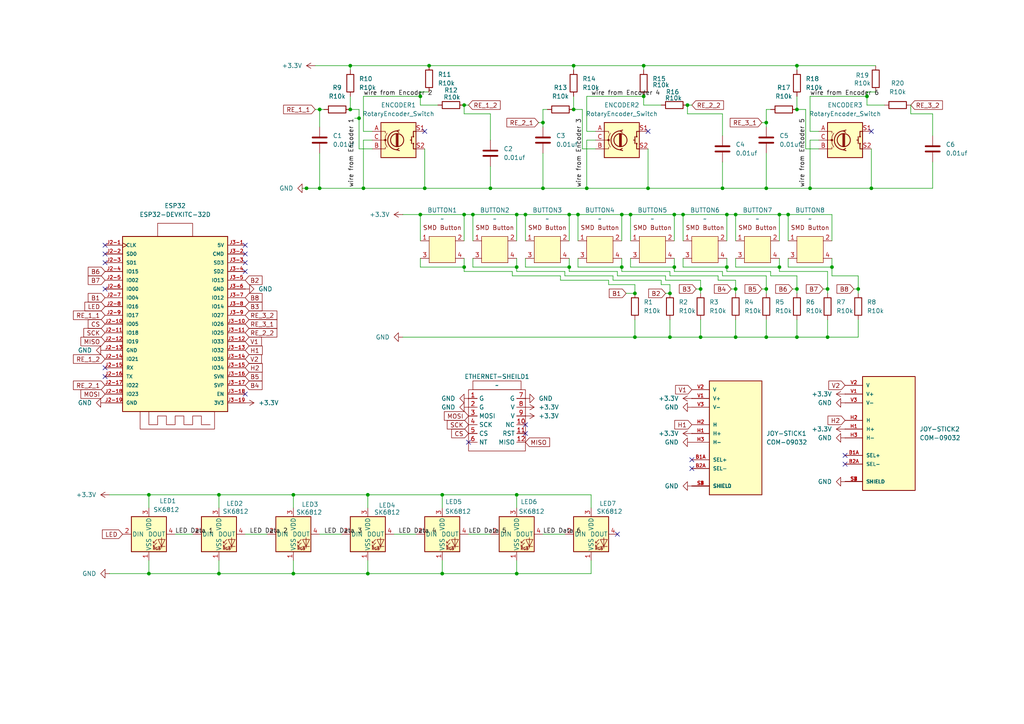
<source format=kicad_sch>
(kicad_sch (version 20231120) (generator "eeschema") (generator_version "8.0")
  (paper "A4")
  (junction (at 248.92 83.82))
  (junction (at 170.18 54.61))
  (junction (at 234.95 54.61))
  (junction (at 184.15 97.79))
  (junction (at 152.4 62.23))
  (junction (at 166.37 19.05))
  (junction (at 184.15 85.09))
  (junction (at 241.3 77.47))
  (junction (at 195.58 62.23))
  (junction (at 213.36 83.82))
  (junction (at 203.2 97.79))
  (junction (at 209.55 54.61))
  (junction (at 228.6 62.23))
  (junction (at 222.25 54.61))
  (junction (at 222.25 83.82))
  (junction (at 149.86 77.47))
  (junction (at 194.31 85.09))
  (junction (at 231.14 97.79))
  (junction (at 63.5 166.37))
  (junction (at 222.25 35.56))
  (junction (at 85.09 143.51))
  (junction (at 165.1 62.23))
  (junction (at 194.31 97.79))
  (junction (at 128.27 143.51))
  (junction (at 124.46 19.05))
  (junction (at 157.48 54.61))
  (junction (at 106.68 143.51))
  (junction (at 121.92 62.23))
  (junction (at 186.69 27.94))
  (junction (at 123.19 54.61))
  (junction (at 226.06 77.47))
  (junction (at 105.41 54.61))
  (junction (at 137.16 62.23))
  (junction (at 251.46 27.94))
  (junction (at 92.71 54.61))
  (junction (at 213.36 62.23))
  (junction (at 180.34 77.47))
  (junction (at 210.82 62.23))
  (junction (at 203.2 83.82))
  (junction (at 231.14 83.82))
  (junction (at 134.62 77.47))
  (junction (at 187.96 54.61))
  (junction (at 210.82 77.47))
  (junction (at 252.73 54.61))
  (junction (at 165.1 77.47))
  (junction (at 180.34 62.23))
  (junction (at 128.27 166.37))
  (junction (at 134.62 62.23))
  (junction (at 43.18 166.37))
  (junction (at 198.12 62.23))
  (junction (at 186.69 19.05))
  (junction (at 88.9 54.61))
  (junction (at 92.71 31.75))
  (junction (at 134.62 30.48))
  (junction (at 231.14 19.05))
  (junction (at 63.5 143.51))
  (junction (at 157.48 35.56))
  (junction (at 195.58 77.47))
  (junction (at 149.86 166.37))
  (junction (at 43.18 143.51))
  (junction (at 142.24 54.61))
  (junction (at 101.6 31.75))
  (junction (at 213.36 97.79))
  (junction (at 182.88 62.23))
  (junction (at 104.14 34.29))
  (junction (at 166.37 31.75))
  (junction (at 167.64 62.23))
  (junction (at 240.03 97.79))
  (junction (at 101.6 19.05))
  (junction (at 240.03 83.82))
  (junction (at 149.86 143.51))
  (junction (at 226.06 62.23))
  (junction (at 199.39 30.48))
  (junction (at 121.92 27.94))
  (junction (at 222.25 97.79))
  (junction (at 149.86 62.23))
  (junction (at 106.68 166.37))
  (junction (at 85.09 166.37))
  (junction (at 231.14 31.75))
  (no_connect (at 245.11 132.08))
  (no_connect (at 152.4 125.73))
  (no_connect (at 71.12 78.74))
  (no_connect (at 30.48 76.2))
  (no_connect (at 123.19 38.1))
  (no_connect (at 30.48 109.22))
  (no_connect (at 71.12 73.66))
  (no_connect (at 30.48 106.68))
  (no_connect (at 71.12 76.2))
  (no_connect (at 135.89 128.27))
  (no_connect (at 252.73 38.1))
  (no_connect (at 187.96 38.1))
  (no_connect (at 30.48 71.12))
  (no_connect (at 200.66 135.89))
  (no_connect (at 200.66 133.35))
  (no_connect (at 71.12 71.12))
  (no_connect (at 30.48 83.82))
  (no_connect (at 71.12 114.3))
  (no_connect (at 152.4 123.19))
  (no_connect (at 179.07 154.94))
  (no_connect (at 245.11 134.62))
  (no_connect (at 30.48 73.66))
  (wire (pts (xy 116.84 62.23) (xy 121.92 62.23)))
  (wire (pts (xy 191.77 82.55) (xy 191.77 81.28)))
  (wire (pts (xy 92.71 54.61) (xy 105.41 54.61)))
  (wire (pts (xy 187.96 54.61) (xy 209.55 54.61)))
  (wire (pts (xy 92.71 31.75) (xy 92.71 36.83)))
  (wire (pts (xy 209.55 39.37) (xy 209.55 33.02)))
  (wire (pts (xy 186.69 27.94) (xy 186.69 30.48)))
  (wire (pts (xy 134.62 77.47) (xy 134.62 78.74)))
  (wire (pts (xy 134.62 33.02) (xy 134.62 30.48)))
  (wire (pts (xy 163.83 80.01) (xy 163.83 78.74)))
  (wire (pts (xy 180.34 62.23) (xy 182.88 62.23)))
  (wire (pts (xy 149.86 143.51) (xy 171.45 143.51)))
  (wire (pts (xy 177.8 80.01) (xy 163.83 80.01)))
  (wire (pts (xy 121.92 26.67) (xy 124.46 26.67)))
  (wire (pts (xy 210.82 62.23) (xy 210.82 69.85)))
  (wire (pts (xy 270.51 54.61) (xy 270.51 46.99)))
  (wire (pts (xy 231.14 97.79) (xy 240.03 97.79)))
  (wire (pts (xy 165.1 74.93) (xy 165.1 77.47)))
  (wire (pts (xy 228.6 74.93) (xy 228.6 77.47)))
  (wire (pts (xy 237.49 40.64) (xy 234.95 40.64)))
  (wire (pts (xy 43.18 143.51) (xy 31.75 143.51)))
  (wire (pts (xy 231.14 80.01) (xy 223.52 80.01)))
  (wire (pts (xy 184.15 97.79) (xy 194.31 97.79)))
  (wire (pts (xy 167.64 77.47) (xy 180.34 77.47)))
  (wire (pts (xy 234.95 38.1) (xy 234.95 27.94)))
  (wire (pts (xy 240.03 83.82) (xy 240.03 78.74)))
  (wire (pts (xy 251.46 26.67) (xy 251.46 27.94)))
  (wire (pts (xy 142.24 54.61) (xy 142.24 48.26)))
  (wire (pts (xy 231.14 83.82) (xy 231.14 80.01)))
  (wire (pts (xy 182.88 62.23) (xy 182.88 69.85)))
  (wire (pts (xy 43.18 143.51) (xy 43.18 147.32)))
  (wire (pts (xy 105.41 40.64) (xy 105.41 54.61)))
  (wire (pts (xy 193.04 81.28) (xy 193.04 80.01)))
  (wire (pts (xy 220.98 83.82) (xy 222.25 83.82)))
  (wire (pts (xy 203.2 81.28) (xy 193.04 81.28)))
  (wire (pts (xy 172.72 43.18) (xy 168.91 43.18)))
  (wire (pts (xy 123.19 43.18) (xy 123.19 54.61)))
  (wire (pts (xy 107.95 43.18) (xy 104.14 43.18)))
  (wire (pts (xy 105.41 54.61) (xy 123.19 54.61)))
  (wire (pts (xy 194.31 97.79) (xy 203.2 97.79)))
  (wire (pts (xy 85.09 143.51) (xy 63.5 143.51)))
  (wire (pts (xy 222.25 97.79) (xy 231.14 97.79)))
  (wire (pts (xy 194.31 78.74) (xy 194.31 80.01)))
  (wire (pts (xy 203.2 92.71) (xy 203.2 97.79)))
  (wire (pts (xy 167.64 62.23) (xy 167.64 69.85)))
  (wire (pts (xy 50.8 154.94) (xy 55.88 154.94)))
  (wire (pts (xy 182.88 74.93) (xy 182.88 77.47)))
  (wire (pts (xy 121.92 30.48) (xy 127 30.48)))
  (wire (pts (xy 137.16 77.47) (xy 149.86 77.47)))
  (wire (pts (xy 240.03 85.09) (xy 240.03 83.82)))
  (wire (pts (xy 194.31 85.09) (xy 194.31 82.55)))
  (wire (pts (xy 203.2 85.09) (xy 203.2 83.82)))
  (wire (pts (xy 264.16 33.02) (xy 264.16 30.48)))
  (wire (pts (xy 106.68 147.32) (xy 106.68 143.51)))
  (wire (pts (xy 179.07 78.74) (xy 165.1 78.74)))
  (wire (pts (xy 248.92 80.01) (xy 248.92 83.82)))
  (wire (pts (xy 149.86 162.56) (xy 149.86 166.37)))
  (wire (pts (xy 226.06 77.47) (xy 226.06 78.74)))
  (wire (pts (xy 128.27 143.51) (xy 149.86 143.51)))
  (wire (pts (xy 167.64 74.93) (xy 167.64 77.47)))
  (wire (pts (xy 223.52 31.75) (xy 222.25 31.75)))
  (wire (pts (xy 128.27 162.56) (xy 128.27 166.37)))
  (wire (pts (xy 186.69 30.48) (xy 191.77 30.48)))
  (wire (pts (xy 63.5 166.37) (xy 85.09 166.37)))
  (wire (pts (xy 170.18 27.94) (xy 186.69 27.94)))
  (wire (pts (xy 167.64 62.23) (xy 180.34 62.23)))
  (wire (pts (xy 128.27 166.37) (xy 149.86 166.37)))
  (wire (pts (xy 248.92 83.82) (xy 248.92 85.09)))
  (wire (pts (xy 213.36 97.79) (xy 222.25 97.79)))
  (wire (pts (xy 210.82 77.47) (xy 210.82 74.93)))
  (wire (pts (xy 85.09 143.51) (xy 106.68 143.51)))
  (wire (pts (xy 209.55 80.01) (xy 209.55 78.74)))
  (wire (pts (xy 222.25 85.09) (xy 222.25 83.82)))
  (wire (pts (xy 213.36 81.28) (xy 213.36 83.82)))
  (wire (pts (xy 87.63 54.61) (xy 88.9 54.61)))
  (wire (pts (xy 209.55 54.61) (xy 209.55 46.99)))
  (wire (pts (xy 199.39 33.02) (xy 199.39 30.48)))
  (wire (pts (xy 252.73 43.18) (xy 252.73 54.61)))
  (wire (pts (xy 149.86 143.51) (xy 149.86 147.32)))
  (wire (pts (xy 157.48 54.61) (xy 170.18 54.61)))
  (wire (pts (xy 149.86 62.23) (xy 152.4 62.23)))
  (wire (pts (xy 63.5 143.51) (xy 63.5 147.32)))
  (wire (pts (xy 194.31 92.71) (xy 194.31 97.79)))
  (wire (pts (xy 203.2 97.79) (xy 213.36 97.79)))
  (wire (pts (xy 194.31 80.01) (xy 208.28 80.01)))
  (wire (pts (xy 91.44 19.05) (xy 101.6 19.05)))
  (wire (pts (xy 148.59 78.74) (xy 148.59 80.01)))
  (wire (pts (xy 170.18 38.1) (xy 170.18 27.94)))
  (wire (pts (xy 157.48 35.56) (xy 157.48 36.83)))
  (wire (pts (xy 228.6 77.47) (xy 241.3 77.47)))
  (wire (pts (xy 128.27 143.51) (xy 128.27 147.32)))
  (wire (pts (xy 105.41 38.1) (xy 107.95 38.1)))
  (wire (pts (xy 114.3 154.94) (xy 120.65 154.94)))
  (wire (pts (xy 137.16 62.23) (xy 149.86 62.23)))
  (wire (pts (xy 194.31 82.55) (xy 191.77 82.55)))
  (wire (pts (xy 222.25 83.82) (xy 222.25 80.01)))
  (wire (pts (xy 170.18 54.61) (xy 187.96 54.61)))
  (wire (pts (xy 148.59 80.01) (xy 162.56 80.01)))
  (wire (pts (xy 198.12 77.47) (xy 210.82 77.47)))
  (wire (pts (xy 226.06 62.23) (xy 226.06 69.85)))
  (wire (pts (xy 104.14 43.18) (xy 104.14 34.29)))
  (wire (pts (xy 157.48 154.94) (xy 163.83 154.94)))
  (wire (pts (xy 121.92 62.23) (xy 134.62 62.23)))
  (wire (pts (xy 165.1 62.23) (xy 167.64 62.23)))
  (wire (pts (xy 213.36 92.71) (xy 213.36 97.79)))
  (wire (pts (xy 270.51 33.02) (xy 264.16 33.02)))
  (wire (pts (xy 222.25 80.01) (xy 209.55 80.01)))
  (wire (pts (xy 88.9 54.61) (xy 92.71 54.61)))
  (wire (pts (xy 210.82 78.74) (xy 210.82 77.47)))
  (wire (pts (xy 106.68 166.37) (xy 128.27 166.37)))
  (wire (pts (xy 134.62 62.23) (xy 137.16 62.23)))
  (wire (pts (xy 222.25 92.71) (xy 222.25 97.79)))
  (wire (pts (xy 208.28 80.01) (xy 208.28 81.28)))
  (wire (pts (xy 166.37 20.32) (xy 166.37 19.05)))
  (wire (pts (xy 92.71 154.94) (xy 99.06 154.94)))
  (wire (pts (xy 176.53 82.55) (xy 184.15 82.55)))
  (wire (pts (xy 209.55 54.61) (xy 222.25 54.61)))
  (wire (pts (xy 213.36 62.23) (xy 226.06 62.23)))
  (wire (pts (xy 195.58 78.74) (xy 195.58 77.47)))
  (wire (pts (xy 223.52 78.74) (xy 210.82 78.74)))
  (wire (pts (xy 152.4 62.23) (xy 165.1 62.23)))
  (wire (pts (xy 171.45 162.56) (xy 171.45 166.37)))
  (wire (pts (xy 198.12 74.93) (xy 198.12 77.47)))
  (wire (pts (xy 165.1 77.47) (xy 165.1 78.74)))
  (wire (pts (xy 105.41 27.94) (xy 121.92 27.94)))
  (wire (pts (xy 228.6 62.23) (xy 241.3 62.23)))
  (wire (pts (xy 134.62 30.48) (xy 135.89 30.48)))
  (wire (pts (xy 220.98 35.56) (xy 222.25 35.56)))
  (wire (pts (xy 186.69 20.32) (xy 186.69 19.05)))
  (wire (pts (xy 251.46 27.94) (xy 251.46 30.48)))
  (wire (pts (xy 101.6 19.05) (xy 124.46 19.05)))
  (wire (pts (xy 213.36 74.93) (xy 213.36 77.47)))
  (wire (pts (xy 209.55 33.02) (xy 199.39 33.02)))
  (wire (pts (xy 123.19 54.61) (xy 142.24 54.61)))
  (wire (pts (xy 149.86 62.23) (xy 149.86 69.85)))
  (wire (pts (xy 231.14 92.71) (xy 231.14 97.79)))
  (wire (pts (xy 152.4 62.23) (xy 152.4 69.85)))
  (wire (pts (xy 134.62 62.23) (xy 134.62 69.85)))
  (wire (pts (xy 142.24 54.61) (xy 157.48 54.61)))
  (wire (pts (xy 187.96 43.18) (xy 187.96 54.61)))
  (wire (pts (xy 222.25 35.56) (xy 222.25 36.83)))
  (wire (pts (xy 198.12 62.23) (xy 210.82 62.23)))
  (wire (pts (xy 223.52 80.01) (xy 223.52 78.74)))
  (wire (pts (xy 251.46 26.67) (xy 254 26.67)))
  (wire (pts (xy 234.95 38.1) (xy 237.49 38.1)))
  (wire (pts (xy 222.25 44.45) (xy 222.25 54.61)))
  (wire (pts (xy 121.92 77.47) (xy 134.62 77.47)))
  (wire (pts (xy 231.14 85.09) (xy 231.14 83.82)))
  (wire (pts (xy 191.77 81.28) (xy 177.8 81.28)))
  (wire (pts (xy 163.83 78.74) (xy 149.86 78.74)))
  (wire (pts (xy 226.06 74.93) (xy 226.06 77.47)))
  (wire (pts (xy 157.48 44.45) (xy 157.48 54.61)))
  (wire (pts (xy 152.4 77.47) (xy 165.1 77.47)))
  (wire (pts (xy 240.03 92.71) (xy 240.03 97.79)))
  (wire (pts (xy 231.14 20.32) (xy 231.14 19.05)))
  (wire (pts (xy 157.48 31.75) (xy 157.48 35.56)))
  (wire (pts (xy 166.37 19.05) (xy 186.69 19.05)))
  (wire (pts (xy 158.75 31.75) (xy 157.48 31.75)))
  (wire (pts (xy 199.39 30.48) (xy 200.66 30.48)))
  (wire (pts (xy 116.84 97.79) (xy 184.15 97.79)))
  (wire (pts (xy 247.65 83.82) (xy 248.92 83.82)))
  (wire (pts (xy 222.25 54.61) (xy 234.95 54.61)))
  (wire (pts (xy 63.5 162.56) (xy 63.5 166.37)))
  (wire (pts (xy 213.36 77.47) (xy 226.06 77.47)))
  (wire (pts (xy 213.36 83.82) (xy 213.36 85.09)))
  (wire (pts (xy 180.34 69.85) (xy 180.34 62.23)))
  (wire (pts (xy 231.14 19.05) (xy 254 19.05)))
  (wire (pts (xy 149.86 78.74) (xy 149.86 77.47)))
  (wire (pts (xy 233.68 31.75) (xy 231.14 31.75)))
  (wire (pts (xy 240.03 78.74) (xy 226.06 78.74)))
  (wire (pts (xy 270.51 39.37) (xy 270.51 33.02)))
  (wire (pts (xy 102.87 34.29) (xy 104.14 34.29)))
  (wire (pts (xy 106.68 143.51) (xy 128.27 143.51)))
  (wire (pts (xy 193.04 85.09) (xy 194.31 85.09)))
  (wire (pts (xy 149.86 77.47) (xy 149.86 74.93)))
  (wire (pts (xy 177.8 81.28) (xy 177.8 80.01)))
  (wire (pts (xy 182.88 62.23) (xy 195.58 62.23)))
  (wire (pts (xy 212.09 83.82) (xy 213.36 83.82)))
  (wire (pts (xy 162.56 80.01) (xy 162.56 81.28)))
  (wire (pts (xy 85.09 162.56) (xy 85.09 166.37)))
  (wire (pts (xy 184.15 82.55) (xy 184.15 85.09)))
  (wire (pts (xy 156.21 35.56) (xy 157.48 35.56)))
  (wire (pts (xy 237.49 43.18) (xy 233.68 43.18)))
  (wire (pts (xy 222.25 31.75) (xy 222.25 35.56)))
  (wire (pts (xy 241.3 77.47) (xy 241.3 80.01)))
  (wire (pts (xy 93.98 31.75) (xy 92.71 31.75)))
  (wire (pts (xy 182.88 77.47) (xy 195.58 77.47)))
  (wire (pts (xy 63.5 143.51) (xy 43.18 143.51)))
  (wire (pts (xy 121.92 27.94) (xy 121.92 30.48)))
  (wire (pts (xy 171.45 143.51) (xy 171.45 147.32)))
  (wire (pts (xy 180.34 78.74) (xy 194.31 78.74)))
  (wire (pts (xy 165.1 62.23) (xy 165.1 69.85)))
  (wire (pts (xy 234.95 27.94) (xy 251.46 27.94)))
  (wire (pts (xy 101.6 20.32) (xy 101.6 19.05)))
  (wire (pts (xy 181.61 85.09) (xy 184.15 85.09)))
  (wire (pts (xy 229.87 83.82) (xy 231.14 83.82)))
  (wire (pts (xy 184.15 92.71) (xy 184.15 97.79)))
  (wire (pts (xy 142.24 40.64) (xy 142.24 33.02)))
  (wire (pts (xy 241.3 62.23) (xy 241.3 69.85)))
  (wire (pts (xy 134.62 77.47) (xy 134.62 74.93)))
  (wire (pts (xy 106.68 162.56) (xy 106.68 166.37)))
  (wire (pts (xy 240.03 97.79) (xy 248.92 97.79)))
  (wire (pts (xy 210.82 62.23) (xy 213.36 62.23)))
  (wire (pts (xy 209.55 78.74) (xy 195.58 78.74)))
  (wire (pts (xy 251.46 30.48) (xy 256.54 30.48)))
  (wire (pts (xy 135.89 154.94) (xy 142.24 154.94)))
  (wire (pts (xy 92.71 44.45) (xy 92.71 54.61)))
  (wire (pts (xy 168.91 43.18) (xy 168.91 31.75)))
  (wire (pts (xy 101.6 27.94) (xy 101.6 31.75)))
  (wire (pts (xy 180.34 77.47) (xy 180.34 78.74)))
  (wire (pts (xy 252.73 54.61) (xy 270.51 54.61)))
  (wire (pts (xy 180.34 77.47) (xy 180.34 74.93)))
  (wire (pts (xy 168.91 31.75) (xy 166.37 31.75)))
  (wire (pts (xy 170.18 38.1) (xy 172.72 38.1)))
  (wire (pts (xy 195.58 62.23) (xy 198.12 62.23)))
  (wire (pts (xy 241.3 80.01) (xy 248.92 80.01)))
  (wire (pts (xy 193.04 80.01) (xy 179.07 80.01)))
  (wire (pts (xy 124.46 19.05) (xy 166.37 19.05)))
  (wire (pts (xy 166.37 27.94) (xy 166.37 31.75)))
  (wire (pts (xy 121.92 74.93) (xy 121.92 77.47)))
  (wire (pts (xy 137.16 62.23) (xy 137.16 69.85)))
  (wire (pts (xy 201.93 83.82) (xy 203.2 83.82)))
  (wire (pts (xy 228.6 62.23) (xy 228.6 69.85)))
  (wire (pts (xy 105.41 38.1) (xy 105.41 27.94)))
  (wire (pts (xy 195.58 77.47) (xy 195.58 74.93)))
  (wire (pts (xy 234.95 54.61) (xy 252.73 54.61)))
  (wire (pts (xy 152.4 74.93) (xy 152.4 77.47)))
  (wire (pts (xy 85.09 143.51) (xy 85.09 147.32)))
  (wire (pts (xy 233.68 43.18) (xy 233.68 31.75)))
  (wire (pts (xy 179.07 80.01) (xy 179.07 78.74)))
  (wire (pts (xy 137.16 74.93) (xy 137.16 77.47)))
  (wire (pts (xy 231.14 27.94) (xy 231.14 31.75)))
  (wire (pts (xy 213.36 62.23) (xy 213.36 69.85)))
  (wire (pts (xy 104.14 31.75) (xy 101.6 31.75)))
  (wire (pts (xy 170.18 40.64) (xy 170.18 54.61)))
  (wire (pts (xy 234.95 40.64) (xy 234.95 54.61)))
  (wire (pts (xy 43.18 162.56) (xy 43.18 166.37)))
  (wire (pts (xy 104.14 34.29) (xy 104.14 31.75)))
  (wire (pts (xy 241.3 77.47) (xy 241.3 74.93)))
  (wire (pts (xy 198.12 62.23) (xy 198.12 69.85)))
  (wire (pts (xy 195.58 62.23) (xy 195.58 69.85)))
  (wire (pts (xy 71.12 154.94) (xy 77.47 154.94)))
  (wire (pts (xy 43.18 166.37) (xy 63.5 166.37)))
  (wire (pts (xy 91.44 31.75) (xy 92.71 31.75)))
  (wire (pts (xy 203.2 83.82) (xy 203.2 81.28)))
  (wire (pts (xy 238.76 83.82) (xy 240.03 83.82)))
  (wire (pts (xy 162.56 81.28) (xy 176.53 81.28)))
  (wire (pts (xy 121.92 26.67) (xy 121.92 27.94)))
  (wire (pts (xy 107.95 40.64) (xy 105.41 40.64)))
  (wire (pts (xy 121.92 62.23) (xy 121.92 69.85)))
  (wire (pts (xy 85.09 166.37) (xy 106.68 166.37)))
  (wire (pts (xy 31.75 166.37) (xy 43.18 166.37)))
  (wire (pts (xy 186.69 19.05) (xy 231.14 19.05)))
  (wire (pts (xy 226.06 62.23) (xy 228.6 62.23)))
  (wire (pts (xy 172.72 40.64) (xy 170.18 40.64)))
  (wire (pts (xy 248.92 92.71) (xy 248.92 97.79)))
  (wire (pts (xy 134.62 78.74) (xy 148.59 78.74)))
  (wire (pts (xy 171.45 166.37) (xy 149.86 166.37)))
  (wire (pts (xy 208.28 81.28) (xy 213.36 81.28)))
  (wire (pts (xy 176.53 81.28) (xy 176.53 82.55)))
  (wire (pts (xy 142.24 33.02) (xy 134.62 33.02)))
  (label "LED Data 5" (at 135.89 154.94 0))
  (label "wire from Encoder 2" (at 105.41 27.94 0))
  (label "wire from Encoder 3" (at 168.91 34.29 270))
  (label "wire from Encoder 5" (at 233.68 34.29 270))
  (label "LED Data 1" (at 50.8 154.94 0))
  (label "wire from Encoder 4" (at 171.45 27.94 0))
  (label "LED Data 4" (at 115.57 154.94 0))
  (label "wire from Encoder 6" (at 234.95 27.94 0))
  (label "LED Data 2" (at 72.39 154.94 0))
  (label "wire from Encoder 1" (at 102.87 34.29 270))
  (label "LED Data 6" (at 157.48 154.94 0))
  (label "LED Data 3" (at 93.98 154.94 0))
  (global_label "LED" (shape input) (at 30.48 88.9 180) (property "Intersheetrefs" "${INTERSHEET_REFS}" (effects (hide yes))))
  (global_label "RE_1_2" (shape input) (at 30.48 104.14 180) (property "Intersheetrefs" "${INTERSHEET_REFS}" (effects (hide yes))))
  (global_label "B8" (shape input) (at 71.12 86.36 0) (property "Intersheetrefs" "${INTERSHEET_REFS}" (effects (hide yes))))
  (global_label "H1" (shape input) (at 71.12 101.6 0) (property "Intersheetrefs" "${INTERSHEET_REFS}" (effects (hide yes))))
  (global_label "RE_1_1" (shape input) (at 91.44 31.75 180) (property "Intersheetrefs" "${INTERSHEET_REFS}" (effects (hide yes))))
  (global_label "RE_2_2" (shape input) (at 71.12 96.52 0) (property "Intersheetrefs" "${INTERSHEET_REFS}" (effects (hide yes))))
  (global_label "MOSI" (shape input) (at 30.48 114.3 180) (property "Intersheetrefs" "${INTERSHEET_REFS}" (effects (hide yes))))
  (global_label "CS" (shape input) (at 30.48 93.98 180) (property "Intersheetrefs" "${INTERSHEET_REFS}" (effects (hide yes))))
  (global_label "B1" (shape input) (at 181.61 85.09 180) (property "Intersheetrefs" "${INTERSHEET_REFS}" (effects (hide yes))))
  (global_label "RE_3_2" (shape input) (at 264.16 30.48 0) (property "Intersheetrefs" "${INTERSHEET_REFS}" (effects (hide yes))))
  (global_label "B3" (shape input) (at 201.93 83.82 180) (property "Intersheetrefs" "${INTERSHEET_REFS}" (effects (hide yes))))
  (global_label "H1" (shape input) (at 200.66 123.19 180) (property "Intersheetrefs" "${INTERSHEET_REFS}" (effects (hide yes))))
  (global_label "RE_3_2" (shape input) (at 71.12 91.44 0) (property "Intersheetrefs" "${INTERSHEET_REFS}" (effects (hide yes))))
  (global_label "RE_3_1" (shape input) (at 220.98 35.56 180) (property "Intersheetrefs" "${INTERSHEET_REFS}" (effects (hide yes))))
  (global_label "MISO" (shape input) (at 30.48 99.06 180) (property "Intersheetrefs" "${INTERSHEET_REFS}" (effects (hide yes))))
  (global_label "B3" (shape input) (at 71.12 88.9 0) (property "Intersheetrefs" "${INTERSHEET_REFS}" (effects (hide yes))))
  (global_label "RE_2_1" (shape input) (at 30.48 111.76 180) (property "Intersheetrefs" "${INTERSHEET_REFS}" (effects (hide yes))))
  (global_label "V1" (shape input) (at 71.12 99.06 0) (property "Intersheetrefs" "${INTERSHEET_REFS}" (effects (hide yes))))
  (global_label "B6" (shape input) (at 30.48 78.74 180) (property "Intersheetrefs" "${INTERSHEET_REFS}" (effects (hide yes))))
  (global_label "V2" (shape input) (at 71.12 104.14 0) (property "Intersheetrefs" "${INTERSHEET_REFS}" (effects (hide yes))))
  (global_label "RE_1_1" (shape input) (at 30.48 91.44 180) (property "Intersheetrefs" "${INTERSHEET_REFS}" (effects (hide yes))))
  (global_label "B4" (shape input) (at 212.09 83.82 180) (property "Intersheetrefs" "${INTERSHEET_REFS}" (effects (hide yes))))
  (global_label "V2" (shape input) (at 245.11 111.76 180) (property "Intersheetrefs" "${INTERSHEET_REFS}" (effects (hide yes))))
  (global_label "H2" (shape input) (at 71.12 106.68 0) (property "Intersheetrefs" "${INTERSHEET_REFS}" (effects (hide yes))))
  (global_label "B7" (shape input) (at 238.76 83.82 180) (property "Intersheetrefs" "${INTERSHEET_REFS}" (effects (hide yes))))
  (global_label "B2" (shape input) (at 193.04 85.09 180) (property "Intersheetrefs" "${INTERSHEET_REFS}" (effects (hide yes))))
  (global_label "SCK" (shape input) (at 30.48 96.52 180) (property "Intersheetrefs" "${INTERSHEET_REFS}" (effects (hide yes))))
  (global_label "LED" (shape input) (at 35.56 154.94 180) (property "Intersheetrefs" "${INTERSHEET_REFS}" (effects (hide yes))))
  (global_label "SCK" (shape input) (at 135.89 123.19 180) (property "Intersheetrefs" "${INTERSHEET_REFS}" (effects (hide yes))))
  (global_label "RE_2_1" (shape input) (at 156.21 35.56 180) (property "Intersheetrefs" "${INTERSHEET_REFS}" (effects (hide yes))))
  (global_label "H2" (shape input) (at 245.11 121.92 180) (property "Intersheetrefs" "${INTERSHEET_REFS}" (effects (hide yes))))
  (global_label "B6" (shape input) (at 229.87 83.82 180) (property "Intersheetrefs" "${INTERSHEET_REFS}" (effects (hide yes))))
  (global_label "MISO" (shape input) (at 152.4 128.27 0) (property "Intersheetrefs" "${INTERSHEET_REFS}" (effects (hide yes))))
  (global_label "B8" (shape input) (at 247.65 83.82 180) (property "Intersheetrefs" "${INTERSHEET_REFS}" (effects (hide yes))))
  (global_label "B1" (shape input) (at 30.48 86.36 180) (property "Intersheetrefs" "${INTERSHEET_REFS}" (effects (hide yes))))
  (global_label "RE_2_2" (shape input) (at 200.66 30.48 0) (property "Intersheetrefs" "${INTERSHEET_REFS}" (effects (hide yes))))
  (global_label "RE_1_2" (shape input) (at 135.89 30.48 0) (property "Intersheetrefs" "${INTERSHEET_REFS}" (effects (hide yes))))
  (global_label "B2" (shape input) (at 71.12 81.28 0) (property "Intersheetrefs" "${INTERSHEET_REFS}" (effects (hide yes))))
  (global_label "B7" (shape input) (at 30.48 81.28 180) (property "Intersheetrefs" "${INTERSHEET_REFS}" (effects (hide yes))))
  (global_label "CS" (shape input) (at 135.89 125.73 180) (property "Intersheetrefs" "${INTERSHEET_REFS}" (effects (hide yes))))
  (global_label "V1" (shape input) (at 200.66 113.03 180) (property "Intersheetrefs" "${INTERSHEET_REFS}" (effects (hide yes))))
  (global_label "B4" (shape input) (at 71.12 111.76 0) (property "Intersheetrefs" "${INTERSHEET_REFS}" (effects (hide yes))))
  (global_label "MOSI" (shape input) (at 135.89 120.65 180) (property "Intersheetrefs" "${INTERSHEET_REFS}" (effects (hide yes))))
  (global_label "RE_3_1" (shape input) (at 71.12 93.98 0) (property "Intersheetrefs" "${INTERSHEET_REFS}" (effects (hide yes))))
  (global_label "B5" (shape input) (at 220.98 83.82 180) (property "Intersheetrefs" "${INTERSHEET_REFS}" (effects (hide yes))))
  (global_label "B5" (shape input) (at 71.12 109.22 0) (property "Intersheetrefs" "${INTERSHEET_REFS}" (effects (hide yes))))
  (symbol (lib_id "PS4_Joystick:COM-09032") (at 257.81 124.46 0) (unit 1)
    (property "Reference" "JOY-STICK2" (at 266.7 124.4599 0) (effects (justify left)))
    (property "Value" "COM-09032" (at 266.7 126.9999 0) (effects (justify left)))
    (property "Footprint" "PS4_joystick:COM-09032" (effects (hide yes)))
    (property "MF" "SparkFun Electronics" (effects (hide yes)))
    (property "MAXIMUM_PACKAGE_HEIGHT" "30.1mm" (effects (hide yes)))
    (property "Package" "Package" (effects (hide yes)))
    (property "Price" "None" (effects (hide yes)))
    (property "Check_prices" "https://www.snapeda.com/parts/COM-09032/SparkFun+Electronics/view-part/?ref=eda" (effects (hide yes)))
    (property "STANDARD" "Manufacturer Recommendations" (effects (hide yes)))
    (property "PARTREV" "N/A" (effects (hide yes)))
    (property "SnapEDA_Link" "https://www.snapeda.com/parts/COM-09032/SparkFun+Electronics/view-part/?ref=snap" (effects (hide yes)))
    (property "MP" "COM-09032" (effects (hide yes)))
    (property "Purchase-URL" "https://www.snapeda.com/api/url_track_click_mouser/?unipart_id=888157&manufacturer=SparkFun Electronics&part_name=COM-09032&search_term=None" (effects (hide yes)))
    (property "Description_1" "\nJoystick, 2 - Axis Analog (Resistive) Output\n" (effects (hide yes)))
    (property "Availability" "In Stock" (effects (hide yes)))
    (property "MANUFACTURER" "SparkFun Electronics" (effects (hide yes)))
  )
  (symbol (lib_id "Device:R") (at 97.79 31.75 270) (unit 1)
    (property "Reference" "R9" (at 97.79 25.4 90))
    (property "Value" "R10k" (at 97.79 27.94 90))
    (property "Footprint" "Resistor_SMD:R_1206_3216Metric" (effects (hide yes)))
    (property "Description" "Resistor" (effects (hide yes)))
  )
  (symbol (lib_id "power:+3.3V") (at 245.11 114.3 90) (unit 1)
    (property "Reference" "#PWR08" (effects (hide yes)))
    (property "Value" "+3.3V" (at 241.3 114.2999 90) (effects (justify left)))
    (property "Description" "Power symbol creates a global label with name \"+3.3V\"" (effects (hide yes)))
  )
  (symbol (lib_id "power:+3.3V") (at 152.4 120.65 270) (unit 1)
    (property "Reference" "#PWR020" (effects (hide yes)))
    (property "Value" "+3.3V" (at 156.21 120.6499 90) (effects (justify left)))
    (property "Description" "Power symbol creates a global label with name \"+3.3V\"" (effects (hide yes)))
  )
  (symbol (lib_id "LED:SK6812") (at 85.09 154.94 0) (unit 1)
    (property "Reference" "LED3" (at 89.916 146.304 0))
    (property "Value" "SK6812" (at 89.662 148.59 0))
    (property "Footprint" "LED_SMD:LED_SK6812_PLCC4_5.0x5.0mm_P3.2mm" (effects (hide yes)))
    (property "Datasheet" "https://cdn-shop.adafruit.com/product-files/1138/SK6812+LED+datasheet+.pdf" (effects (hide yes)))
    (property "Description" "RGB LED with integrated controller" (effects (hide yes)))
  )
  (symbol (lib_id "Device:R") (at 231.14 88.9 0) (unit 1)
    (property "Reference" "R6" (at 233.68 87.6299 0) (effects (justify left)))
    (property "Value" "R10k" (at 233.68 90.1699 0) (effects (justify left)))
    (property "Footprint" "Resistor_SMD:R_1206_3216Metric" (effects (hide yes)))
    (property "Description" "Resistor" (effects (hide yes)))
  )
  (symbol (lib_id "Device:R") (at 194.31 88.9 0) (unit 1)
    (property "Reference" "R2" (at 196.85 87.6299 0) (effects (justify left)))
    (property "Value" "R10k" (at 196.85 90.1699 0) (effects (justify left)))
    (property "Footprint" "Resistor_SMD:R_1206_3216Metric" (effects (hide yes)))
    (property "Description" "Resistor" (effects (hide yes)))
  )
  (symbol (lib_id "Device:R") (at 231.14 24.13 0) (unit 1)
    (property "Reference" "R18" (at 233.68 22.8599 0) (effects (justify left)))
    (property "Value" "R10k" (at 233.68 25.3999 0) (effects (justify left)))
    (property "Footprint" "Resistor_SMD:R_1206_3216Metric" (effects (hide yes)))
    (property "Description" "Resistor" (effects (hide yes)))
  )
  (symbol (lib_id "Device:R") (at 124.46 22.86 0) (unit 1)
    (property "Reference" "R11" (at 127 21.5899 0) (effects (justify left)))
    (property "Value" "R10k" (at 127 24.1299 0) (effects (justify left)))
    (property "Footprint" "Resistor_SMD:R_1206_3216Metric" (effects (hide yes)))
    (property "Description" "Resistor" (effects (hide yes)))
  )
  (symbol (lib_id "Device:R") (at 254 22.86 0) (unit 1)
    (property "Reference" "R19" (at 248.158 21.844 0) (effects (justify left)))
    (property "Value" "R10k" (at 247.65 24.13 0) (effects (justify left)))
    (property "Footprint" "Resistor_SMD:R_1206_3216Metric" (effects (hide yes)))
    (property "Description" "Resistor" (effects (hide yes)))
  )
  (symbol (lib_id "power:GND") (at 71.12 83.82 90) (unit 1)
    (property "Reference" "#PWR021" (effects (hide yes)))
    (property "Value" "GND" (at 74.93 83.8199 90) (effects (justify right)))
    (property "Description" "Power symbol creates a global label with name \"GND\" , ground" (effects (hide yes)))
  )
  (symbol (lib_id "SMT_Button:TWS4417-250AT") (at 234.95 72.39 0) (unit 1)
    (property "Reference" "BUTTON8" (at 234.95 60.96 0))
    (property "Value" "~" (at 234.95 63.5 0))
    (property "Footprint" "button:TWS4417-250AT" (effects (hide yes)))
  )
  (symbol (lib_id "ESP32-DEVKITC-32D:ESP32-DEVKITC-32D") (at 50.8 93.98 0) (unit 1)
    (property "Reference" "ESP32" (at 50.8 59.69 0))
    (property "Value" "ESP32-DEVKITC-32D" (at 50.8 62.23 0))
    (property "Footprint" "Custom components:MODULE_ESP32-DEVKITC-32D" (effects (hide yes)))
    (property "MF" "Espressif Systems" (effects (hide yes)))
    (property "MAXIMUM_PACKAGE_HEIGHT" "N/A" (effects (hide yes)))
    (property "Package" "None" (effects (hide yes)))
    (property "Price" "None" (effects (hide yes)))
    (property "Check_prices" "https://www.snapeda.com/parts/ESP32-DEVKITC-32D/Espressif+Systems/view-part/?ref=eda" (effects (hide yes)))
    (property "STANDARD" "Manufacturer Recommendations" (effects (hide yes)))
    (property "PARTREV" "V4" (effects (hide yes)))
    (property "SnapEDA_Link" "https://www.snapeda.com/parts/ESP32-DEVKITC-32D/Espressif+Systems/view-part/?ref=snap" (effects (hide yes)))
    (property "MP" "ESP32-DEVKITC-32D" (effects (hide yes)))
    (property "Description_1" "\nWiFi Development Tools (802.11) ESP32 General Development Kit, ESP32-WROOM-32D on the board\n" (effects (hide yes)))
    (property "MANUFACTURER" "Espressif Systems" (effects (hide yes)))
    (property "Availability" "In Stock" (effects (hide yes)))
    (property "SNAPEDA_PN" "ESP32-DEVKITC-32D" (effects (hide yes)))
  )
  (symbol (lib_id "Device:RotaryEncoder_Switch") (at 180.34 40.64 0) (unit 1)
    (property "Reference" "ENCODER2" (at 180.34 30.48 0))
    (property "Value" "RotaryEncoder_Switch" (at 180.34 33.02 0))
    (property "Footprint" "Rotary_Encoder:RotaryEncoder_Alps_EC11E-Switch_Vertical_H20mm" (effects (hide yes)))
    (property "Description" "Rotary encoder, dual channel, incremental quadrate outputs, with switch" (effects (hide yes)))
  )
  (symbol (lib_id "SMT_Button:TWS4417-250AT") (at 204.47 72.39 0) (unit 1)
    (property "Reference" "BUTTON6" (at 204.47 60.96 0))
    (property "Value" "~" (at 204.47 63.5 0))
    (property "Footprint" "button:TWS4417-250AT" (effects (hide yes)))
  )
  (symbol (lib_id "Device:R") (at 222.25 88.9 0) (unit 1)
    (property "Reference" "R5" (at 224.79 87.6299 0) (effects (justify left)))
    (property "Value" "R10k" (at 224.79 90.1699 0) (effects (justify left)))
    (property "Footprint" "Resistor_SMD:R_1206_3216Metric" (effects (hide yes)))
    (property "Description" "Resistor" (effects (hide yes)))
  )
  (symbol (lib_id "Device:C") (at 142.24 44.45 0) (unit 1)
    (property "Reference" "C2" (at 146.05 43.1799 0) (effects (justify left)))
    (property "Value" "0.01uf" (at 146.05 45.7199 0) (effects (justify left)))
    (property "Footprint" "Capacitor_SMD:C_1206_3216Metric_Pad1.33x1.80mm_HandSolder" (effects (hide yes)))
    (property "Description" "Unpolarized capacitor" (effects (hide yes)))
  )
  (symbol (lib_id "power:+3.3V") (at 116.84 62.23 90) (unit 1)
    (property "Reference" "#PWR013" (effects (hide yes)))
    (property "Value" "+3.3V" (at 113.03 62.2299 90) (effects (justify left)))
    (property "Description" "Power symbol creates a global label with name \"+3.3V\"" (effects (hide yes)))
  )
  (symbol (lib_id "PS4_Joystick:COM-09032") (at 213.36 125.73 0) (unit 1)
    (property "Reference" "JOY-STICK1" (at 222.25 125.7299 0) (effects (justify left)))
    (property "Value" "COM-09032" (at 222.25 128.2699 0) (effects (justify left)))
    (property "Footprint" "PS4_joystick:COM-09032" (effects (hide yes)))
    (property "MF" "SparkFun Electronics" (effects (hide yes)))
    (property "MAXIMUM_PACKAGE_HEIGHT" "30.1mm" (effects (hide yes)))
    (property "Package" "Package" (effects (hide yes)))
    (property "Price" "None" (effects (hide yes)))
    (property "Check_prices" "https://www.snapeda.com/parts/COM-09032/SparkFun+Electronics/view-part/?ref=eda" (effects (hide yes)))
    (property "STANDARD" "Manufacturer Recommendations" (effects (hide yes)))
    (property "PARTREV" "N/A" (effects (hide yes)))
    (property "SnapEDA_Link" "https://www.snapeda.com/parts/COM-09032/SparkFun+Electronics/view-part/?ref=snap" (effects (hide yes)))
    (property "MP" "COM-09032" (effects (hide yes)))
    (property "Purchase-URL" "https://www.snapeda.com/api/url_track_click_mouser/?unipart_id=888157&manufacturer=SparkFun Electronics&part_name=COM-09032&search_term=None" (effects (hide yes)))
    (property "Description_1" "\nJoystick, 2 - Axis Analog (Resistive) Output\n" (effects (hide yes)))
    (property "Availability" "In Stock" (effects (hide yes)))
    (property "MANUFACTURER" "SparkFun Electronics" (effects (hide yes)))
  )
  (symbol (lib_id "LED:SK6812") (at 106.68 154.94 0) (unit 1)
    (property "Reference" "LED4" (at 112.268 146.558 0))
    (property "Value" "SK6812" (at 112.268 148.59 0))
    (property "Footprint" "LED_SMD:LED_SK6812_PLCC4_5.0x5.0mm_P3.2mm" (effects (hide yes)))
    (property "Datasheet" "https://cdn-shop.adafruit.com/product-files/1138/SK6812+LED+datasheet+.pdf" (effects (hide yes)))
    (property "Description" "RGB LED with integrated controller" (effects (hide yes)))
  )
  (symbol (lib_id "power:GND") (at 135.89 115.57 270) (unit 1)
    (property "Reference" "#PWR026" (effects (hide yes)))
    (property "Value" "GND" (at 132.08 115.5699 90) (effects (justify right)))
    (property "Description" "Power symbol creates a global label with name \"GND\" , ground" (effects (hide yes)))
  )
  (symbol (lib_id "power:+3.3V") (at 245.11 124.46 90) (unit 1)
    (property "Reference" "#PWR010" (effects (hide yes)))
    (property "Value" "+3.3V" (at 241.3 124.4599 90) (effects (justify left)))
    (property "Description" "Power symbol creates a global label with name \"+3.3V\"" (effects (hide yes)))
  )
  (symbol (lib_id "power:+3.3V") (at 200.66 115.57 90) (unit 1)
    (property "Reference" "#PWR05" (effects (hide yes)))
    (property "Value" "+3.3V" (at 196.85 115.5699 90) (effects (justify left)))
    (property "Description" "Power symbol creates a global label with name \"+3.3V\"" (effects (hide yes)))
  )
  (symbol (lib_id "power:GND") (at 30.48 101.6 270) (unit 1)
    (property "Reference" "#PWR023" (effects (hide yes)))
    (property "Value" "GND" (at 26.67 101.5999 90) (effects (justify right)))
    (property "Description" "Power symbol creates a global label with name \"GND\" , ground" (effects (hide yes)))
  )
  (symbol (lib_id "LED:SK6812") (at 171.45 154.94 0) (unit 1)
    (property "Reference" "LED7" (at 176.276 146.05 0))
    (property "Value" "SK6812" (at 176.784 148.336 0))
    (property "Footprint" "LED_SMD:LED_SK6812_PLCC4_5.0x5.0mm_P3.2mm" (effects (hide yes)))
    (property "Datasheet" "https://cdn-shop.adafruit.com/product-files/1138/SK6812+LED+datasheet+.pdf" (effects (hide yes)))
    (property "Description" "RGB LED with integrated controller" (effects (hide yes)))
  )
  (symbol (lib_id "LED:SK6812") (at 128.27 154.94 0) (unit 1)
    (property "Reference" "LED5" (at 131.572 145.542 0))
    (property "Value" "SK6812" (at 132.842 148.336 0))
    (property "Footprint" "LED_SMD:LED_SK6812_PLCC4_5.0x5.0mm_P3.2mm" (effects (hide yes)))
    (property "Datasheet" "https://cdn-shop.adafruit.com/product-files/1138/SK6812+LED+datasheet+.pdf" (effects (hide yes)))
    (property "Description" "RGB LED with integrated controller" (effects (hide yes)))
  )
  (symbol (lib_id "Device:RotaryEncoder_Switch") (at 245.11 40.64 0) (unit 1)
    (property "Reference" "ENCODER3" (at 245.11 30.48 0))
    (property "Value" "RotaryEncoder_Switch" (at 245.11 33.02 0))
    (property "Footprint" "Rotary_Encoder:RotaryEncoder_Alps_EC11E-Switch_Vertical_H20mm" (effects (hide yes)))
    (property "Description" "Rotary encoder, dual channel, incremental quadrate outputs, with switch" (effects (hide yes)))
  )
  (symbol (lib_id "Device:R") (at 240.03 88.9 0) (unit 1)
    (property "Reference" "R7" (at 242.57 87.6299 0) (effects (justify left)))
    (property "Value" "R10k" (at 242.57 90.1699 0) (effects (justify left)))
    (property "Footprint" "Resistor_SMD:R_1206_3216Metric" (effects (hide yes)))
    (property "Description" "Resistor" (effects (hide yes)))
  )
  (symbol (lib_id "Device:C") (at 222.25 40.64 0) (unit 1)
    (property "Reference" "C5" (at 226.06 39.3699 0) (effects (justify left)))
    (property "Value" "0.01uf" (at 226.06 41.9099 0) (effects (justify left)))
    (property "Footprint" "Capacitor_SMD:C_1206_3216Metric_Pad1.33x1.80mm_HandSolder" (effects (hide yes)))
    (property "Description" "Unpolarized capacitor" (effects (hide yes)))
  )
  (symbol (lib_id "power:+3.3V") (at 152.4 118.11 270) (unit 1)
    (property "Reference" "#PWR019" (effects (hide yes)))
    (property "Value" "+3.3V" (at 156.21 118.1099 90) (effects (justify left)))
    (property "Description" "Power symbol creates a global label with name \"+3.3V\"" (effects (hide yes)))
  )
  (symbol (lib_id "power:+3.3V") (at 71.12 116.84 270) (unit 1)
    (property "Reference" "#PWR03" (effects (hide yes)))
    (property "Value" "+3.3V" (at 74.93 116.8399 90) (effects (justify left)))
    (property "Description" "Power symbol creates a global label with name \"+3.3V\"" (effects (hide yes)))
  )
  (symbol (lib_id "Device:R") (at 186.69 24.13 0) (unit 1)
    (property "Reference" "R15" (at 189.23 22.8599 0) (effects (justify left)))
    (property "Value" "R10k" (at 189.23 24.638 0) (effects (justify left)))
    (property "Footprint" "Resistor_SMD:R_1206_3216Metric" (effects (hide yes)))
    (property "Description" "Resistor" (effects (hide yes)))
  )
  (symbol (lib_id "Device:RotaryEncoder_Switch") (at 115.57 40.64 0) (unit 1)
    (property "Reference" "ENCODER1" (at 115.57 30.48 0))
    (property "Value" "RotaryEncoder_Switch" (at 115.57 33.02 0))
    (property "Footprint" "Rotary_Encoder:RotaryEncoder_Alps_EC11E-Switch_Vertical_H20mm" (effects (hide yes)))
    (property "Description" "Rotary encoder, dual channel, incremental quadrate outputs, with switch" (effects (hide yes)))
  )
  (symbol (lib_id "SMT_Button:TWS4417-250AT") (at 128.27 72.39 0) (unit 1)
    (property "Reference" "BUTTON1" (at 128.27 60.96 0))
    (property "Value" "~" (at 128.27 63.5 0))
    (property "Footprint" "button:TWS4417-250AT" (effects (hide yes)))
  )
  (symbol (lib_id "power:GND") (at 135.89 118.11 270) (unit 1)
    (property "Reference" "#PWR018" (effects (hide yes)))
    (property "Value" "GND" (at 132.08 118.1099 90) (effects (justify right)))
    (property "Description" "Power symbol creates a global label with name \"GND\" , ground" (effects (hide yes)))
  )
  (symbol (lib_id "Device:R") (at 227.33 31.75 270) (unit 1)
    (property "Reference" "R17" (at 227.33 25.4 90))
    (property "Value" "R10k" (at 227.33 27.94 90))
    (property "Footprint" "Resistor_SMD:R_1206_3216Metric" (effects (hide yes)))
    (property "Description" "Resistor" (effects (hide yes)))
  )
  (symbol (lib_id "Device:C") (at 92.71 40.64 0) (unit 1)
    (property "Reference" "C1" (at 96.52 39.3699 0) (effects (justify left)))
    (property "Value" "0.01uf" (at 96.52 41.9099 0) (effects (justify left)))
    (property "Footprint" "Capacitor_SMD:C_1206_3216Metric_Pad1.33x1.80mm_HandSolder" (effects (hide yes)))
    (property "Description" "Unpolarized capacitor" (effects (hide yes)))
  )
  (symbol (lib_id "LED:SK6812") (at 63.5 154.94 0) (unit 1)
    (property "Reference" "LED2" (at 68.072 146.05 0))
    (property "Value" "SK6812" (at 68.326 148.336 0))
    (property "Footprint" "LED_SMD:LED_SK6812_PLCC4_5.0x5.0mm_P3.2mm" (effects (hide yes)))
    (property "Datasheet" "https://cdn-shop.adafruit.com/product-files/1138/SK6812+LED+datasheet+.pdf" (effects (hide yes)))
    (property "Description" "RGB LED with integrated controller" (effects (hide yes)))
  )
  (symbol (lib_id "power:GND") (at 245.11 116.84 270) (unit 1)
    (property "Reference" "#PWR09" (effects (hide yes)))
    (property "Value" "GND" (at 241.3 116.8399 90) (effects (justify right)))
    (property "Description" "Power symbol creates a global label with name \"GND\" , ground" (effects (hide yes)))
  )
  (symbol (lib_id "power:GND") (at 88.9 54.61 270) (unit 1)
    (property "Reference" "#PWR022" (effects (hide yes)))
    (property "Value" "GND" (at 85.09 54.6099 90) (effects (justify right)))
    (property "Description" "Power symbol creates a global label with name \"GND\" , ground" (effects (hide yes)))
  )
  (symbol (lib_id "power:GND") (at 245.11 127 270) (unit 1)
    (property "Reference" "#PWR011" (effects (hide yes)))
    (property "Value" "GND" (at 241.3 126.9999 90) (effects (justify right)))
    (property "Description" "Power symbol creates a global label with name \"GND\" , ground" (effects (hide yes)))
  )
  (symbol (lib_id "power:+3.3V") (at 200.66 125.73 90) (unit 1)
    (property "Reference" "#PWR06" (effects (hide yes)))
    (property "Value" "+3.3V" (at 196.85 125.7299 90) (effects (justify left)))
    (property "Description" "Power symbol creates a global label with name \"+3.3V\"" (effects (hide yes)))
  )
  (symbol (lib_id "Device:R") (at 166.37 24.13 0) (unit 1)
    (property "Reference" "R14" (at 168.91 22.8599 0) (effects (justify left)))
    (property "Value" "R10k" (at 168.91 25.3999 0) (effects (justify left)))
    (property "Footprint" "Resistor_SMD:R_1206_3216Metric" (effects (hide yes)))
    (property "Description" "Resistor" (effects (hide yes)))
  )
  (symbol (lib_id "SMT_Button:TWS4417-250AT") (at 189.23 72.39 0) (unit 1)
    (property "Reference" "BUTTON5" (at 189.23 60.96 0))
    (property "Value" "~" (at 189.23 63.5 0))
    (property "Footprint" "button:TWS4417-250AT" (effects (hide yes)))
  )
  (symbol (lib_id "power:GND") (at 200.66 118.11 270) (unit 1)
    (property "Reference" "#PWR01" (effects (hide yes)))
    (property "Value" "GND" (at 196.85 118.1099 90) (effects (justify right)))
    (property "Description" "Power symbol creates a global label with name \"GND\" , ground" (effects (hide yes)))
  )
  (symbol (lib_id "Device:C") (at 270.51 43.18 0) (unit 1)
    (property "Reference" "C6" (at 274.32 41.9099 0) (effects (justify left)))
    (property "Value" "0.01uf" (at 274.32 44.4499 0) (effects (justify left)))
    (property "Footprint" "Capacitor_SMD:C_1206_3216Metric_Pad1.33x1.80mm_HandSolder" (effects (hide yes)))
    (property "Description" "Unpolarized capacitor" (effects (hide yes)))
  )
  (symbol (lib_id "power:GND") (at 30.48 116.84 270) (unit 1)
    (property "Reference" "#PWR07" (effects (hide yes)))
    (property "Value" "GND" (at 26.67 116.8399 90) (effects (justify right)))
    (property "Description" "Power symbol creates a global label with name \"GND\" , ground" (effects (hide yes)))
  )
  (symbol (lib_id "Device:R") (at 184.15 88.9 0) (unit 1)
    (property "Reference" "R1" (at 186.69 87.6299 0) (effects (justify left)))
    (property "Value" "R10k" (at 186.69 90.1699 0) (effects (justify left)))
    (property "Footprint" "Resistor_SMD:R_1206_3216Metric" (effects (hide yes)))
    (property "Description" "Resistor" (effects (hide yes)))
  )
  (symbol (lib_id "power:+3.3V") (at 31.75 143.51 90) (unit 1)
    (property "Reference" "#PWR025" (effects (hide yes)))
    (property "Value" "+3.3V" (at 27.94 143.5099 90) (effects (justify left)))
    (property "Description" "Power symbol creates a global label with name \"+3.3V\"" (effects (hide yes)))
  )
  (symbol (lib_id "Device:R") (at 195.58 30.48 270) (unit 1)
    (property "Reference" "R16" (at 195.072 26.67 90))
    (property "Value" "R10k" (at 195.326 28.448 90))
    (property "Footprint" "Resistor_SMD:R_1206_3216Metric" (effects (hide yes)))
    (property "Description" "Resistor" (effects (hide yes)))
  )
  (symbol (lib_id "SMT_Button:TWS4417-250AT") (at 158.75 72.39 0) (unit 1)
    (property "Reference" "BUTTON3" (at 158.75 60.96 0))
    (property "Value" "~" (at 158.75 63.5 0))
    (property "Footprint" "button:TWS4417-250AT" (effects (hide yes)))
  )
  (symbol (lib_id "SMT_Button:TWS4417-250AT") (at 143.51 72.39 0) (unit 1)
    (property "Reference" "BUTTON2" (at 143.51 60.96 0))
    (property "Value" "~" (at 143.51 63.5 0))
    (property "Footprint" "button:TWS4417-250AT" (effects (hide yes)))
  )
  (symbol (lib_id "SMT_Button:TWS4417-250AT") (at 219.71 72.39 0) (unit 1)
    (property "Reference" "BUTTON7" (at 219.71 60.96 0))
    (property "Value" "~" (at 219.71 63.5 0))
    (property "Footprint" "button:TWS4417-250AT" (effects (hide yes)))
  )
  (symbol (lib_id "power:GND") (at 152.4 115.57 90) (unit 1)
    (property "Reference" "#PWR016" (effects (hide yes)))
    (property "Value" "GND" (at 156.21 115.5699 90) (effects (justify right)))
    (property "Description" "Power symbol creates a global label with name \"GND\" , ground" (effects (hide yes)))
  )
  (symbol (lib_id "Device:R") (at 130.81 30.48 270) (unit 1)
    (property "Reference" "R12" (at 130.81 26.162 90))
    (property "Value" "R10k" (at 131.064 28.194 90))
    (property "Footprint" "Resistor_SMD:R_1206_3216Metric" (effects (hide yes)))
    (property "Description" "Resistor" (effects (hide yes)))
  )
  (symbol (lib_id "Device:R") (at 248.92 88.9 0) (unit 1)
    (property "Reference" "R8" (at 251.46 87.6299 0) (effects (justify left)))
    (property "Value" "R10k" (at 251.46 90.1699 0) (effects (justify left)))
    (property "Footprint" "Resistor_SMD:R_1206_3216Metric" (effects (hide yes)))
    (property "Description" "Resistor" (effects (hide yes)))
  )
  (symbol (lib_id "Device:C") (at 209.55 43.18 0) (unit 1)
    (property "Reference" "C4" (at 213.36 41.9099 0) (effects (justify left)))
    (property "Value" "0.01uf" (at 213.36 44.4499 0) (effects (justify left)))
    (property "Footprint" "Capacitor_SMD:C_1206_3216Metric_Pad1.33x1.80mm_HandSolder" (effects (hide yes)))
    (property "Description" "Unpolarized capacitor" (effects (hide yes)))
  )
  (symbol (lib_id "power:GND") (at 200.66 140.97 270) (unit 1)
    (property "Reference" "#PWR04" (effects (hide yes)))
    (property "Value" "GND" (at 196.85 140.9699 90) (effects (justify right)))
    (property "Description" "Power symbol creates a global label with name \"GND\" , ground" (effects (hide yes)))
  )
  (symbol (lib_id "power:GND") (at 200.66 128.27 270) (unit 1)
    (property "Reference" "#PWR02" (effects (hide yes)))
    (property "Value" "GND" (at 196.85 128.2699 90) (effects (justify right)))
    (property "Description" "Power symbol creates a global label with name \"GND\" , ground" (effects (hide yes)))
  )
  (symbol (lib_id "Ethernet Sheilds:W5500_Ethernet_Sheild") (at 143.51 120.65 0) (unit 1)
    (property "Reference" "ETHERNET-SHEILD1" (at 144.145 109.22 0))
    (property "Value" "~" (at 144.145 111.76 0))
    (property "Footprint" "Ethernet_Sheild:W5500_mini_ethernet_sheild" (effects (hide yes)))
  )
  (symbol (lib_id "power:GND") (at 31.75 166.37 270) (unit 1)
    (property "Reference" "#PWR024" (effects (hide yes)))
    (property "Value" "GND" (at 27.94 166.3699 90) (effects (justify right)))
    (property "Description" "Power symbol creates a global label with name \"GND\" , ground" (effects (hide yes)))
  )
  (symbol (lib_id "power:GND") (at 245.11 139.7 270) (unit 1)
    (property "Reference" "#PWR012" (effects (hide yes)))
    (property "Value" "GND" (at 241.3 139.6999 90) (effects (justify right)))
    (property "Description" "Power symbol creates a global label with name \"GND\" , ground" (effects (hide yes)))
  )
  (symbol (lib_id "LED:SK6812") (at 43.18 154.94 0) (unit 1)
    (property "Reference" "LED1" (at 46.228 145.288 0) (effects (justify left)))
    (property "Value" "SK6812" (at 44.45 147.828 0) (effects (justify left)))
    (property "Footprint" "LED_SMD:LED_SK6812_PLCC4_5.0x5.0mm_P3.2mm" (effects (hide yes)))
    (property "Datasheet" "https://cdn-shop.adafruit.com/product-files/1138/SK6812+LED+datasheet+.pdf" (effects (hide yes)))
    (property "Description" "RGB LED with integrated controller" (effects (hide yes)))
  )
  (symbol (lib_id "Device:R") (at 101.6 24.13 0) (unit 1)
    (property "Reference" "R10" (at 104.14 22.8599 0) (effects (justify left)))
    (property "Value" "R10k" (at 104.14 25.3999 0) (effects (justify left)))
    (property "Footprint" "Resistor_SMD:R_1206_3216Metric" (effects (hide yes)))
    (property "Description" "Resistor" (effects (hide yes)))
  )
  (symbol (lib_id "Device:R") (at 260.35 30.48 270) (unit 1)
    (property "Reference" "R20" (at 260.35 24.13 90))
    (property "Value" "R10k" (at 260.35 26.67 90))
    (property "Footprint" "Resistor_SMD:R_1206_3216Metric" (effects (hide yes)))
    (property "Description" "Resistor" (effects (hide yes)))
  )
  (symbol (lib_id "Device:C") (at 157.48 40.64 0) (unit 1)
    (property "Reference" "C3" (at 161.29 39.3699 0) (effects (justify left)))
    (property "Value" "0.01uf" (at 161.29 41.9099 0) (effects (justify left)))
    (property "Footprint" "Capacitor_SMD:C_1206_3216Metric_Pad1.33x1.80mm_HandSolder" (effects (hide yes)))
    (property "Description" "Unpolarized capacitor" (effects (hide yes)))
  )
  (symbol (lib_id "Device:R") (at 213.36 88.9 0) (unit 1)
    (property "Reference" "R4" (at 215.9 87.6299 0) (effects (justify left)))
    (property "Value" "R10k" (at 215.9 90.1699 0) (effects (justify left)))
    (property "Footprint" "Resistor_SMD:R_1206_3216Metric" (effects (hide yes)))
    (property "Description" "Resistor" (effects (hide yes)))
  )
  (symbol (lib_id "Device:R") (at 162.56 31.75 270) (unit 1)
    (property "Reference" "R13" (at 162.56 25.4 90))
    (property "Value" "R10k" (at 162.56 27.94 90))
    (property "Footprint" "Resistor_SMD:R_1206_3216Metric" (effects (hide yes)))
    (property "Description" "Resistor" (effects (hide yes)))
  )
  (symbol (lib_id "power:GND") (at 116.84 97.79 270) (unit 1)
    (property "Reference" "#PWR014" (effects (hide yes)))
    (property "Value" "GND" (at 113.03 97.7899 90) (effects (justify right)))
    (property "Description" "Power symbol creates a global label with name \"GND\" , ground" (effects (hide yes)))
  )
  (symbol (lib_id "SMT_Button:TWS4417-250AT") (at 173.99 72.39 0) (unit 1)
    (property "Reference" "BUTTON4" (at 173.99 60.96 0))
    (property "Value" "~" (at 173.99 63.5 0))
    (property "Footprint" "button:TWS4417-250AT" (effects (hide yes)))
  )
  (symbol (lib_id "power:+3.3V") (at 91.44 19.05 90) (unit 1)
    (property "Reference" "#PWR015" (effects (hide yes)))
    (property "Value" "+3.3V" (at 87.63 19.0499 90) (effects (justify left)))
    (property "Description" "Power symbol creates a global label with name \"+3.3V\"" (effects (hide yes)))
  )
  (symbol (lib_id "LED:SK6812") (at 149.86 154.94 0) (unit 1)
    (property "Reference" "LED6" (at 153.416 145.542 0))
    (property "Value" "SK6812" (at 154.178 148.336 0))
    (property "Footprint" "LED_SMD:LED_SK6812_PLCC4_5.0x5.0mm_P3.2mm" (effects (hide yes)))
    (property "Datasheet" "https://cdn-shop.adafruit.com/product-files/1138/SK6812+LED+datasheet+.pdf" (effects (hide yes)))
    (property "Description" "RGB LED with integrated controller" (effects (hide yes)))
  )
  (symbol (lib_id "Device:R") (at 203.2 88.9 0) (unit 1)
    (property "Reference" "R3" (at 205.74 87.6299 0) (effects (justify left)))
    (property "Value" "R10k" (at 205.74 90.1699 0) (effects (justify left)))
    (property "Footprint" "Resistor_SMD:R_1206_3216Metric" (effects (hide yes)))
    (property "Description" "Resistor" (effects (hide yes)))
  )
)
</source>
